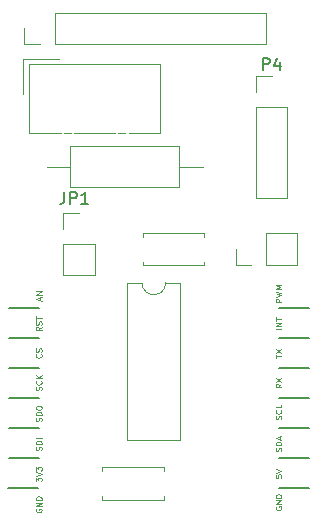
<source format=gto>
G04 #@! TF.GenerationSoftware,KiCad,Pcbnew,8.0.6*
G04 #@! TF.CreationDate,2025-01-06T22:58:23-05:00*
G04 #@! TF.ProjectId,MikroBusCAN,4d696b72-6f42-4757-9343-414e2e6b6963,rev?*
G04 #@! TF.SameCoordinates,Original*
G04 #@! TF.FileFunction,Legend,Top*
G04 #@! TF.FilePolarity,Positive*
%FSLAX46Y46*%
G04 Gerber Fmt 4.6, Leading zero omitted, Abs format (unit mm)*
G04 Created by KiCad (PCBNEW 8.0.6) date 2025-01-06 22:58:23*
%MOMM*%
%LPD*%
G01*
G04 APERTURE LIST*
%ADD10C,0.150000*%
%ADD11C,0.050000*%
%ADD12C,0.120000*%
%ADD13C,0.127000*%
G04 APERTURE END LIST*
D10*
X82161905Y-70582819D02*
X82161905Y-69582819D01*
X82161905Y-69582819D02*
X82542857Y-69582819D01*
X82542857Y-69582819D02*
X82638095Y-69630438D01*
X82638095Y-69630438D02*
X82685714Y-69678057D01*
X82685714Y-69678057D02*
X82733333Y-69773295D01*
X82733333Y-69773295D02*
X82733333Y-69916152D01*
X82733333Y-69916152D02*
X82685714Y-70011390D01*
X82685714Y-70011390D02*
X82638095Y-70059009D01*
X82638095Y-70059009D02*
X82542857Y-70106628D01*
X82542857Y-70106628D02*
X82161905Y-70106628D01*
X83590476Y-69916152D02*
X83590476Y-70582819D01*
X83352381Y-69535200D02*
X83114286Y-70249485D01*
X83114286Y-70249485D02*
X83733333Y-70249485D01*
D11*
X83241443Y-104852837D02*
X83241443Y-105090932D01*
X83241443Y-105090932D02*
X83479538Y-105114741D01*
X83479538Y-105114741D02*
X83455729Y-105090932D01*
X83455729Y-105090932D02*
X83431919Y-105043313D01*
X83431919Y-105043313D02*
X83431919Y-104924265D01*
X83431919Y-104924265D02*
X83455729Y-104876646D01*
X83455729Y-104876646D02*
X83479538Y-104852837D01*
X83479538Y-104852837D02*
X83527157Y-104829027D01*
X83527157Y-104829027D02*
X83646205Y-104829027D01*
X83646205Y-104829027D02*
X83693824Y-104852837D01*
X83693824Y-104852837D02*
X83717634Y-104876646D01*
X83717634Y-104876646D02*
X83741443Y-104924265D01*
X83741443Y-104924265D02*
X83741443Y-105043313D01*
X83741443Y-105043313D02*
X83717634Y-105090932D01*
X83717634Y-105090932D02*
X83693824Y-105114741D01*
X83241443Y-104686170D02*
X83741443Y-104519504D01*
X83741443Y-104519504D02*
X83241443Y-104352837D01*
X83741443Y-92509980D02*
X83241443Y-92509980D01*
X83741443Y-92271885D02*
X83241443Y-92271885D01*
X83241443Y-92271885D02*
X83741443Y-91986171D01*
X83741443Y-91986171D02*
X83241443Y-91986171D01*
X83241443Y-91819503D02*
X83241443Y-91533789D01*
X83741443Y-91676646D02*
X83241443Y-91676646D01*
X63443909Y-92355048D02*
X63205814Y-92521714D01*
X63443909Y-92640762D02*
X62943909Y-92640762D01*
X62943909Y-92640762D02*
X62943909Y-92450286D01*
X62943909Y-92450286D02*
X62967719Y-92402667D01*
X62967719Y-92402667D02*
X62991528Y-92378857D01*
X62991528Y-92378857D02*
X63039147Y-92355048D01*
X63039147Y-92355048D02*
X63110576Y-92355048D01*
X63110576Y-92355048D02*
X63158195Y-92378857D01*
X63158195Y-92378857D02*
X63182004Y-92402667D01*
X63182004Y-92402667D02*
X63205814Y-92450286D01*
X63205814Y-92450286D02*
X63205814Y-92640762D01*
X63420100Y-92164571D02*
X63443909Y-92093143D01*
X63443909Y-92093143D02*
X63443909Y-91974095D01*
X63443909Y-91974095D02*
X63420100Y-91926476D01*
X63420100Y-91926476D02*
X63396290Y-91902667D01*
X63396290Y-91902667D02*
X63348671Y-91878857D01*
X63348671Y-91878857D02*
X63301052Y-91878857D01*
X63301052Y-91878857D02*
X63253433Y-91902667D01*
X63253433Y-91902667D02*
X63229623Y-91926476D01*
X63229623Y-91926476D02*
X63205814Y-91974095D01*
X63205814Y-91974095D02*
X63182004Y-92069333D01*
X63182004Y-92069333D02*
X63158195Y-92116952D01*
X63158195Y-92116952D02*
X63134385Y-92140762D01*
X63134385Y-92140762D02*
X63086766Y-92164571D01*
X63086766Y-92164571D02*
X63039147Y-92164571D01*
X63039147Y-92164571D02*
X62991528Y-92140762D01*
X62991528Y-92140762D02*
X62967719Y-92116952D01*
X62967719Y-92116952D02*
X62943909Y-92069333D01*
X62943909Y-92069333D02*
X62943909Y-91950286D01*
X62943909Y-91950286D02*
X62967719Y-91878857D01*
X62943909Y-91736000D02*
X62943909Y-91450286D01*
X63443909Y-91593143D02*
X62943909Y-91593143D01*
X62943909Y-105405383D02*
X62943909Y-105095859D01*
X62943909Y-105095859D02*
X63134385Y-105262526D01*
X63134385Y-105262526D02*
X63134385Y-105191097D01*
X63134385Y-105191097D02*
X63158195Y-105143478D01*
X63158195Y-105143478D02*
X63182004Y-105119669D01*
X63182004Y-105119669D02*
X63229623Y-105095859D01*
X63229623Y-105095859D02*
X63348671Y-105095859D01*
X63348671Y-105095859D02*
X63396290Y-105119669D01*
X63396290Y-105119669D02*
X63420100Y-105143478D01*
X63420100Y-105143478D02*
X63443909Y-105191097D01*
X63443909Y-105191097D02*
X63443909Y-105333954D01*
X63443909Y-105333954D02*
X63420100Y-105381573D01*
X63420100Y-105381573D02*
X63396290Y-105405383D01*
X62943909Y-104953002D02*
X63443909Y-104786336D01*
X63443909Y-104786336D02*
X62943909Y-104619669D01*
X62943909Y-104500622D02*
X62943909Y-104191098D01*
X62943909Y-104191098D02*
X63134385Y-104357765D01*
X63134385Y-104357765D02*
X63134385Y-104286336D01*
X63134385Y-104286336D02*
X63158195Y-104238717D01*
X63158195Y-104238717D02*
X63182004Y-104214908D01*
X63182004Y-104214908D02*
X63229623Y-104191098D01*
X63229623Y-104191098D02*
X63348671Y-104191098D01*
X63348671Y-104191098D02*
X63396290Y-104214908D01*
X63396290Y-104214908D02*
X63420100Y-104238717D01*
X63420100Y-104238717D02*
X63443909Y-104286336D01*
X63443909Y-104286336D02*
X63443909Y-104429193D01*
X63443909Y-104429193D02*
X63420100Y-104476812D01*
X63420100Y-104476812D02*
X63396290Y-104500622D01*
X62967719Y-107738552D02*
X62943909Y-107786171D01*
X62943909Y-107786171D02*
X62943909Y-107857600D01*
X62943909Y-107857600D02*
X62967719Y-107929028D01*
X62967719Y-107929028D02*
X63015338Y-107976647D01*
X63015338Y-107976647D02*
X63062957Y-108000457D01*
X63062957Y-108000457D02*
X63158195Y-108024266D01*
X63158195Y-108024266D02*
X63229623Y-108024266D01*
X63229623Y-108024266D02*
X63324861Y-108000457D01*
X63324861Y-108000457D02*
X63372480Y-107976647D01*
X63372480Y-107976647D02*
X63420100Y-107929028D01*
X63420100Y-107929028D02*
X63443909Y-107857600D01*
X63443909Y-107857600D02*
X63443909Y-107809981D01*
X63443909Y-107809981D02*
X63420100Y-107738552D01*
X63420100Y-107738552D02*
X63396290Y-107714743D01*
X63396290Y-107714743D02*
X63229623Y-107714743D01*
X63229623Y-107714743D02*
X63229623Y-107809981D01*
X63443909Y-107500457D02*
X62943909Y-107500457D01*
X62943909Y-107500457D02*
X63443909Y-107214743D01*
X63443909Y-107214743D02*
X62943909Y-107214743D01*
X63443909Y-106976647D02*
X62943909Y-106976647D01*
X62943909Y-106976647D02*
X62943909Y-106857599D01*
X62943909Y-106857599D02*
X62967719Y-106786171D01*
X62967719Y-106786171D02*
X63015338Y-106738552D01*
X63015338Y-106738552D02*
X63062957Y-106714742D01*
X63062957Y-106714742D02*
X63158195Y-106690933D01*
X63158195Y-106690933D02*
X63229623Y-106690933D01*
X63229623Y-106690933D02*
X63324861Y-106714742D01*
X63324861Y-106714742D02*
X63372480Y-106738552D01*
X63372480Y-106738552D02*
X63420100Y-106786171D01*
X63420100Y-106786171D02*
X63443909Y-106857599D01*
X63443909Y-106857599D02*
X63443909Y-106976647D01*
X63420100Y-100318582D02*
X63443909Y-100247154D01*
X63443909Y-100247154D02*
X63443909Y-100128106D01*
X63443909Y-100128106D02*
X63420100Y-100080487D01*
X63420100Y-100080487D02*
X63396290Y-100056678D01*
X63396290Y-100056678D02*
X63348671Y-100032868D01*
X63348671Y-100032868D02*
X63301052Y-100032868D01*
X63301052Y-100032868D02*
X63253433Y-100056678D01*
X63253433Y-100056678D02*
X63229623Y-100080487D01*
X63229623Y-100080487D02*
X63205814Y-100128106D01*
X63205814Y-100128106D02*
X63182004Y-100223344D01*
X63182004Y-100223344D02*
X63158195Y-100270963D01*
X63158195Y-100270963D02*
X63134385Y-100294773D01*
X63134385Y-100294773D02*
X63086766Y-100318582D01*
X63086766Y-100318582D02*
X63039147Y-100318582D01*
X63039147Y-100318582D02*
X62991528Y-100294773D01*
X62991528Y-100294773D02*
X62967719Y-100270963D01*
X62967719Y-100270963D02*
X62943909Y-100223344D01*
X62943909Y-100223344D02*
X62943909Y-100104297D01*
X62943909Y-100104297D02*
X62967719Y-100032868D01*
X63443909Y-99818583D02*
X62943909Y-99818583D01*
X62943909Y-99818583D02*
X62943909Y-99699535D01*
X62943909Y-99699535D02*
X62967719Y-99628107D01*
X62967719Y-99628107D02*
X63015338Y-99580488D01*
X63015338Y-99580488D02*
X63062957Y-99556678D01*
X63062957Y-99556678D02*
X63158195Y-99532869D01*
X63158195Y-99532869D02*
X63229623Y-99532869D01*
X63229623Y-99532869D02*
X63324861Y-99556678D01*
X63324861Y-99556678D02*
X63372480Y-99580488D01*
X63372480Y-99580488D02*
X63420100Y-99628107D01*
X63420100Y-99628107D02*
X63443909Y-99699535D01*
X63443909Y-99699535D02*
X63443909Y-99818583D01*
X62943909Y-99223345D02*
X62943909Y-99128107D01*
X62943909Y-99128107D02*
X62967719Y-99080488D01*
X62967719Y-99080488D02*
X63015338Y-99032869D01*
X63015338Y-99032869D02*
X63110576Y-99009059D01*
X63110576Y-99009059D02*
X63277242Y-99009059D01*
X63277242Y-99009059D02*
X63372480Y-99032869D01*
X63372480Y-99032869D02*
X63420100Y-99080488D01*
X63420100Y-99080488D02*
X63443909Y-99128107D01*
X63443909Y-99128107D02*
X63443909Y-99223345D01*
X63443909Y-99223345D02*
X63420100Y-99270964D01*
X63420100Y-99270964D02*
X63372480Y-99318583D01*
X63372480Y-99318583D02*
X63277242Y-99342392D01*
X63277242Y-99342392D02*
X63110576Y-99342392D01*
X63110576Y-99342392D02*
X63015338Y-99318583D01*
X63015338Y-99318583D02*
X62967719Y-99270964D01*
X62967719Y-99270964D02*
X62943909Y-99223345D01*
X83717634Y-100152837D02*
X83741443Y-100081409D01*
X83741443Y-100081409D02*
X83741443Y-99962361D01*
X83741443Y-99962361D02*
X83717634Y-99914742D01*
X83717634Y-99914742D02*
X83693824Y-99890933D01*
X83693824Y-99890933D02*
X83646205Y-99867123D01*
X83646205Y-99867123D02*
X83598586Y-99867123D01*
X83598586Y-99867123D02*
X83550967Y-99890933D01*
X83550967Y-99890933D02*
X83527157Y-99914742D01*
X83527157Y-99914742D02*
X83503348Y-99962361D01*
X83503348Y-99962361D02*
X83479538Y-100057599D01*
X83479538Y-100057599D02*
X83455729Y-100105218D01*
X83455729Y-100105218D02*
X83431919Y-100129028D01*
X83431919Y-100129028D02*
X83384300Y-100152837D01*
X83384300Y-100152837D02*
X83336681Y-100152837D01*
X83336681Y-100152837D02*
X83289062Y-100129028D01*
X83289062Y-100129028D02*
X83265253Y-100105218D01*
X83265253Y-100105218D02*
X83241443Y-100057599D01*
X83241443Y-100057599D02*
X83241443Y-99938552D01*
X83241443Y-99938552D02*
X83265253Y-99867123D01*
X83693824Y-99367124D02*
X83717634Y-99390933D01*
X83717634Y-99390933D02*
X83741443Y-99462362D01*
X83741443Y-99462362D02*
X83741443Y-99509981D01*
X83741443Y-99509981D02*
X83717634Y-99581409D01*
X83717634Y-99581409D02*
X83670014Y-99629028D01*
X83670014Y-99629028D02*
X83622395Y-99652838D01*
X83622395Y-99652838D02*
X83527157Y-99676647D01*
X83527157Y-99676647D02*
X83455729Y-99676647D01*
X83455729Y-99676647D02*
X83360491Y-99652838D01*
X83360491Y-99652838D02*
X83312872Y-99629028D01*
X83312872Y-99629028D02*
X83265253Y-99581409D01*
X83265253Y-99581409D02*
X83241443Y-99509981D01*
X83241443Y-99509981D02*
X83241443Y-99462362D01*
X83241443Y-99462362D02*
X83265253Y-99390933D01*
X83265253Y-99390933D02*
X83289062Y-99367124D01*
X83741443Y-98914743D02*
X83741443Y-99152838D01*
X83741443Y-99152838D02*
X83241443Y-99152838D01*
X63420100Y-102766744D02*
X63443909Y-102695316D01*
X63443909Y-102695316D02*
X63443909Y-102576268D01*
X63443909Y-102576268D02*
X63420100Y-102528649D01*
X63420100Y-102528649D02*
X63396290Y-102504840D01*
X63396290Y-102504840D02*
X63348671Y-102481030D01*
X63348671Y-102481030D02*
X63301052Y-102481030D01*
X63301052Y-102481030D02*
X63253433Y-102504840D01*
X63253433Y-102504840D02*
X63229623Y-102528649D01*
X63229623Y-102528649D02*
X63205814Y-102576268D01*
X63205814Y-102576268D02*
X63182004Y-102671506D01*
X63182004Y-102671506D02*
X63158195Y-102719125D01*
X63158195Y-102719125D02*
X63134385Y-102742935D01*
X63134385Y-102742935D02*
X63086766Y-102766744D01*
X63086766Y-102766744D02*
X63039147Y-102766744D01*
X63039147Y-102766744D02*
X62991528Y-102742935D01*
X62991528Y-102742935D02*
X62967719Y-102719125D01*
X62967719Y-102719125D02*
X62943909Y-102671506D01*
X62943909Y-102671506D02*
X62943909Y-102552459D01*
X62943909Y-102552459D02*
X62967719Y-102481030D01*
X63443909Y-102266745D02*
X62943909Y-102266745D01*
X62943909Y-102266745D02*
X62943909Y-102147697D01*
X62943909Y-102147697D02*
X62967719Y-102076269D01*
X62967719Y-102076269D02*
X63015338Y-102028650D01*
X63015338Y-102028650D02*
X63062957Y-102004840D01*
X63062957Y-102004840D02*
X63158195Y-101981031D01*
X63158195Y-101981031D02*
X63229623Y-101981031D01*
X63229623Y-101981031D02*
X63324861Y-102004840D01*
X63324861Y-102004840D02*
X63372480Y-102028650D01*
X63372480Y-102028650D02*
X63420100Y-102076269D01*
X63420100Y-102076269D02*
X63443909Y-102147697D01*
X63443909Y-102147697D02*
X63443909Y-102266745D01*
X63443909Y-101766745D02*
X62943909Y-101766745D01*
X63420100Y-97700456D02*
X63443909Y-97629028D01*
X63443909Y-97629028D02*
X63443909Y-97509980D01*
X63443909Y-97509980D02*
X63420100Y-97462361D01*
X63420100Y-97462361D02*
X63396290Y-97438552D01*
X63396290Y-97438552D02*
X63348671Y-97414742D01*
X63348671Y-97414742D02*
X63301052Y-97414742D01*
X63301052Y-97414742D02*
X63253433Y-97438552D01*
X63253433Y-97438552D02*
X63229623Y-97462361D01*
X63229623Y-97462361D02*
X63205814Y-97509980D01*
X63205814Y-97509980D02*
X63182004Y-97605218D01*
X63182004Y-97605218D02*
X63158195Y-97652837D01*
X63158195Y-97652837D02*
X63134385Y-97676647D01*
X63134385Y-97676647D02*
X63086766Y-97700456D01*
X63086766Y-97700456D02*
X63039147Y-97700456D01*
X63039147Y-97700456D02*
X62991528Y-97676647D01*
X62991528Y-97676647D02*
X62967719Y-97652837D01*
X62967719Y-97652837D02*
X62943909Y-97605218D01*
X62943909Y-97605218D02*
X62943909Y-97486171D01*
X62943909Y-97486171D02*
X62967719Y-97414742D01*
X63396290Y-96914743D02*
X63420100Y-96938552D01*
X63420100Y-96938552D02*
X63443909Y-97009981D01*
X63443909Y-97009981D02*
X63443909Y-97057600D01*
X63443909Y-97057600D02*
X63420100Y-97129028D01*
X63420100Y-97129028D02*
X63372480Y-97176647D01*
X63372480Y-97176647D02*
X63324861Y-97200457D01*
X63324861Y-97200457D02*
X63229623Y-97224266D01*
X63229623Y-97224266D02*
X63158195Y-97224266D01*
X63158195Y-97224266D02*
X63062957Y-97200457D01*
X63062957Y-97200457D02*
X63015338Y-97176647D01*
X63015338Y-97176647D02*
X62967719Y-97129028D01*
X62967719Y-97129028D02*
X62943909Y-97057600D01*
X62943909Y-97057600D02*
X62943909Y-97009981D01*
X62943909Y-97009981D02*
X62967719Y-96938552D01*
X62967719Y-96938552D02*
X62991528Y-96914743D01*
X63443909Y-96700457D02*
X62943909Y-96700457D01*
X63443909Y-96414743D02*
X63158195Y-96629028D01*
X62943909Y-96414743D02*
X63229623Y-96700457D01*
X83717634Y-102864741D02*
X83741443Y-102793313D01*
X83741443Y-102793313D02*
X83741443Y-102674265D01*
X83741443Y-102674265D02*
X83717634Y-102626646D01*
X83717634Y-102626646D02*
X83693824Y-102602837D01*
X83693824Y-102602837D02*
X83646205Y-102579027D01*
X83646205Y-102579027D02*
X83598586Y-102579027D01*
X83598586Y-102579027D02*
X83550967Y-102602837D01*
X83550967Y-102602837D02*
X83527157Y-102626646D01*
X83527157Y-102626646D02*
X83503348Y-102674265D01*
X83503348Y-102674265D02*
X83479538Y-102769503D01*
X83479538Y-102769503D02*
X83455729Y-102817122D01*
X83455729Y-102817122D02*
X83431919Y-102840932D01*
X83431919Y-102840932D02*
X83384300Y-102864741D01*
X83384300Y-102864741D02*
X83336681Y-102864741D01*
X83336681Y-102864741D02*
X83289062Y-102840932D01*
X83289062Y-102840932D02*
X83265253Y-102817122D01*
X83265253Y-102817122D02*
X83241443Y-102769503D01*
X83241443Y-102769503D02*
X83241443Y-102650456D01*
X83241443Y-102650456D02*
X83265253Y-102579027D01*
X83741443Y-102364742D02*
X83241443Y-102364742D01*
X83241443Y-102364742D02*
X83241443Y-102245694D01*
X83241443Y-102245694D02*
X83265253Y-102174266D01*
X83265253Y-102174266D02*
X83312872Y-102126647D01*
X83312872Y-102126647D02*
X83360491Y-102102837D01*
X83360491Y-102102837D02*
X83455729Y-102079028D01*
X83455729Y-102079028D02*
X83527157Y-102079028D01*
X83527157Y-102079028D02*
X83622395Y-102102837D01*
X83622395Y-102102837D02*
X83670014Y-102126647D01*
X83670014Y-102126647D02*
X83717634Y-102174266D01*
X83717634Y-102174266D02*
X83741443Y-102245694D01*
X83741443Y-102245694D02*
X83741443Y-102364742D01*
X83598586Y-101888551D02*
X83598586Y-101650456D01*
X83741443Y-101936170D02*
X83241443Y-101769504D01*
X83241443Y-101769504D02*
X83741443Y-101602837D01*
X63396290Y-94640933D02*
X63420100Y-94664742D01*
X63420100Y-94664742D02*
X63443909Y-94736171D01*
X63443909Y-94736171D02*
X63443909Y-94783790D01*
X63443909Y-94783790D02*
X63420100Y-94855218D01*
X63420100Y-94855218D02*
X63372480Y-94902837D01*
X63372480Y-94902837D02*
X63324861Y-94926647D01*
X63324861Y-94926647D02*
X63229623Y-94950456D01*
X63229623Y-94950456D02*
X63158195Y-94950456D01*
X63158195Y-94950456D02*
X63062957Y-94926647D01*
X63062957Y-94926647D02*
X63015338Y-94902837D01*
X63015338Y-94902837D02*
X62967719Y-94855218D01*
X62967719Y-94855218D02*
X62943909Y-94783790D01*
X62943909Y-94783790D02*
X62943909Y-94736171D01*
X62943909Y-94736171D02*
X62967719Y-94664742D01*
X62967719Y-94664742D02*
X62991528Y-94640933D01*
X63420100Y-94450456D02*
X63443909Y-94379028D01*
X63443909Y-94379028D02*
X63443909Y-94259980D01*
X63443909Y-94259980D02*
X63420100Y-94212361D01*
X63420100Y-94212361D02*
X63396290Y-94188552D01*
X63396290Y-94188552D02*
X63348671Y-94164742D01*
X63348671Y-94164742D02*
X63301052Y-94164742D01*
X63301052Y-94164742D02*
X63253433Y-94188552D01*
X63253433Y-94188552D02*
X63229623Y-94212361D01*
X63229623Y-94212361D02*
X63205814Y-94259980D01*
X63205814Y-94259980D02*
X63182004Y-94355218D01*
X63182004Y-94355218D02*
X63158195Y-94402837D01*
X63158195Y-94402837D02*
X63134385Y-94426647D01*
X63134385Y-94426647D02*
X63086766Y-94450456D01*
X63086766Y-94450456D02*
X63039147Y-94450456D01*
X63039147Y-94450456D02*
X62991528Y-94426647D01*
X62991528Y-94426647D02*
X62967719Y-94402837D01*
X62967719Y-94402837D02*
X62943909Y-94355218D01*
X62943909Y-94355218D02*
X62943909Y-94236171D01*
X62943909Y-94236171D02*
X62967719Y-94164742D01*
X83265253Y-107553552D02*
X83241443Y-107601171D01*
X83241443Y-107601171D02*
X83241443Y-107672600D01*
X83241443Y-107672600D02*
X83265253Y-107744028D01*
X83265253Y-107744028D02*
X83312872Y-107791647D01*
X83312872Y-107791647D02*
X83360491Y-107815457D01*
X83360491Y-107815457D02*
X83455729Y-107839266D01*
X83455729Y-107839266D02*
X83527157Y-107839266D01*
X83527157Y-107839266D02*
X83622395Y-107815457D01*
X83622395Y-107815457D02*
X83670014Y-107791647D01*
X83670014Y-107791647D02*
X83717634Y-107744028D01*
X83717634Y-107744028D02*
X83741443Y-107672600D01*
X83741443Y-107672600D02*
X83741443Y-107624981D01*
X83741443Y-107624981D02*
X83717634Y-107553552D01*
X83717634Y-107553552D02*
X83693824Y-107529743D01*
X83693824Y-107529743D02*
X83527157Y-107529743D01*
X83527157Y-107529743D02*
X83527157Y-107624981D01*
X83741443Y-107315457D02*
X83241443Y-107315457D01*
X83241443Y-107315457D02*
X83741443Y-107029743D01*
X83741443Y-107029743D02*
X83241443Y-107029743D01*
X83741443Y-106791647D02*
X83241443Y-106791647D01*
X83241443Y-106791647D02*
X83241443Y-106672599D01*
X83241443Y-106672599D02*
X83265253Y-106601171D01*
X83265253Y-106601171D02*
X83312872Y-106553552D01*
X83312872Y-106553552D02*
X83360491Y-106529742D01*
X83360491Y-106529742D02*
X83455729Y-106505933D01*
X83455729Y-106505933D02*
X83527157Y-106505933D01*
X83527157Y-106505933D02*
X83622395Y-106529742D01*
X83622395Y-106529742D02*
X83670014Y-106553552D01*
X83670014Y-106553552D02*
X83717634Y-106601171D01*
X83717634Y-106601171D02*
X83741443Y-106672599D01*
X83741443Y-106672599D02*
X83741443Y-106791647D01*
X83241443Y-94979978D02*
X83241443Y-94694264D01*
X83741443Y-94837121D02*
X83241443Y-94837121D01*
X83241443Y-94575217D02*
X83741443Y-94241884D01*
X83241443Y-94241884D02*
X83741443Y-94575217D01*
X83741443Y-97140933D02*
X83503348Y-97307599D01*
X83741443Y-97426647D02*
X83241443Y-97426647D01*
X83241443Y-97426647D02*
X83241443Y-97236171D01*
X83241443Y-97236171D02*
X83265253Y-97188552D01*
X83265253Y-97188552D02*
X83289062Y-97164742D01*
X83289062Y-97164742D02*
X83336681Y-97140933D01*
X83336681Y-97140933D02*
X83408110Y-97140933D01*
X83408110Y-97140933D02*
X83455729Y-97164742D01*
X83455729Y-97164742D02*
X83479538Y-97188552D01*
X83479538Y-97188552D02*
X83503348Y-97236171D01*
X83503348Y-97236171D02*
X83503348Y-97426647D01*
X83241443Y-96974266D02*
X83741443Y-96640933D01*
X83241443Y-96640933D02*
X83741443Y-96974266D01*
X83741443Y-90221981D02*
X83241443Y-90221981D01*
X83241443Y-90221981D02*
X83241443Y-90031505D01*
X83241443Y-90031505D02*
X83265253Y-89983886D01*
X83265253Y-89983886D02*
X83289062Y-89960076D01*
X83289062Y-89960076D02*
X83336681Y-89936267D01*
X83336681Y-89936267D02*
X83408110Y-89936267D01*
X83408110Y-89936267D02*
X83455729Y-89960076D01*
X83455729Y-89960076D02*
X83479538Y-89983886D01*
X83479538Y-89983886D02*
X83503348Y-90031505D01*
X83503348Y-90031505D02*
X83503348Y-90221981D01*
X83241443Y-89769600D02*
X83741443Y-89650552D01*
X83741443Y-89650552D02*
X83384300Y-89555314D01*
X83384300Y-89555314D02*
X83741443Y-89460076D01*
X83741443Y-89460076D02*
X83241443Y-89341029D01*
X83741443Y-89150552D02*
X83241443Y-89150552D01*
X83241443Y-89150552D02*
X83598586Y-88983885D01*
X83598586Y-88983885D02*
X83241443Y-88817219D01*
X83241443Y-88817219D02*
X83741443Y-88817219D01*
X63301052Y-90073551D02*
X63301052Y-89835456D01*
X63443909Y-90121170D02*
X62943909Y-89954504D01*
X62943909Y-89954504D02*
X63443909Y-89787837D01*
X63443909Y-89621171D02*
X62943909Y-89621171D01*
X62943909Y-89621171D02*
X63443909Y-89335457D01*
X63443909Y-89335457D02*
X62943909Y-89335457D01*
D10*
X65366666Y-80912819D02*
X65366666Y-81627104D01*
X65366666Y-81627104D02*
X65319047Y-81769961D01*
X65319047Y-81769961D02*
X65223809Y-81865200D01*
X65223809Y-81865200D02*
X65080952Y-81912819D01*
X65080952Y-81912819D02*
X64985714Y-81912819D01*
X65842857Y-81912819D02*
X65842857Y-80912819D01*
X65842857Y-80912819D02*
X66223809Y-80912819D01*
X66223809Y-80912819D02*
X66319047Y-80960438D01*
X66319047Y-80960438D02*
X66366666Y-81008057D01*
X66366666Y-81008057D02*
X66414285Y-81103295D01*
X66414285Y-81103295D02*
X66414285Y-81246152D01*
X66414285Y-81246152D02*
X66366666Y-81341390D01*
X66366666Y-81341390D02*
X66319047Y-81389009D01*
X66319047Y-81389009D02*
X66223809Y-81436628D01*
X66223809Y-81436628D02*
X65842857Y-81436628D01*
X67366666Y-81912819D02*
X66795238Y-81912819D01*
X67080952Y-81912819D02*
X67080952Y-80912819D01*
X67080952Y-80912819D02*
X66985714Y-81055676D01*
X66985714Y-81055676D02*
X66890476Y-81150914D01*
X66890476Y-81150914D02*
X66795238Y-81198533D01*
D12*
X61900000Y-69658000D02*
X64900000Y-69658000D01*
X61900000Y-72658000D02*
X61900000Y-69658000D01*
X62400000Y-70108000D02*
X73450000Y-70108000D01*
X62400000Y-75958000D02*
X62400000Y-70108000D01*
X62400000Y-75958000D02*
X65050000Y-75958000D01*
X65300000Y-75958000D02*
X65900000Y-75958000D01*
X66150000Y-75958000D02*
X69650000Y-75958000D01*
X69900000Y-75958000D02*
X70500000Y-75958000D01*
X70800000Y-75958000D02*
X73450000Y-75958000D01*
X73450000Y-75958000D02*
X73450000Y-70108000D01*
X81570000Y-71128000D02*
X82900000Y-71128000D01*
X81570000Y-72458000D02*
X81570000Y-71128000D01*
X81570000Y-73728000D02*
X81570000Y-81408000D01*
X81570000Y-73728000D02*
X84230000Y-73728000D01*
X81570000Y-81408000D02*
X84230000Y-81408000D01*
X84230000Y-73728000D02*
X84230000Y-81408000D01*
X71980000Y-84703000D02*
X71980000Y-84388000D01*
X71980000Y-87128000D02*
X71980000Y-86813000D01*
X77220000Y-84388000D02*
X71980000Y-84388000D01*
X77220000Y-84703000D02*
X77220000Y-84388000D01*
X77220000Y-87128000D02*
X71980000Y-87128000D01*
X77220000Y-87128000D02*
X77220000Y-86813000D01*
X63900000Y-78758000D02*
X65860000Y-78758000D01*
X65860000Y-77038000D02*
X65860000Y-80478000D01*
X65860000Y-80478000D02*
X75100000Y-80478000D01*
X75100000Y-77038000D02*
X65860000Y-77038000D01*
X75100000Y-80478000D02*
X75100000Y-77038000D01*
X77060000Y-78758000D02*
X75100000Y-78758000D01*
X68530000Y-104238000D02*
X68530000Y-104553000D01*
X68530000Y-104238000D02*
X73770000Y-104238000D01*
X68530000Y-106663000D02*
X68530000Y-106978000D01*
X68530000Y-106978000D02*
X73770000Y-106978000D01*
X73770000Y-104238000D02*
X73770000Y-104553000D01*
X73770000Y-106663000D02*
X73770000Y-106978000D01*
D13*
X60615200Y-105957600D02*
X63155200Y-105957600D01*
X60645200Y-90727600D02*
X63185200Y-90727600D01*
X60645200Y-93267600D02*
X63185200Y-93267600D01*
X60645200Y-95807600D02*
X63185200Y-95807600D01*
X60645200Y-98347600D02*
X63185200Y-98347600D01*
X60645200Y-100887600D02*
X63185200Y-100887600D01*
X60645200Y-103427600D02*
X63185200Y-103427600D01*
X83505200Y-90727600D02*
X86045200Y-90727600D01*
X83505200Y-93267600D02*
X86045200Y-93267600D01*
X83505200Y-95807600D02*
X86045200Y-95807600D01*
X83505200Y-98347600D02*
X86045200Y-98347600D01*
X83505200Y-100887600D02*
X86045200Y-100887600D01*
X83505200Y-103427600D02*
X86045200Y-103427600D01*
X83505200Y-105967600D02*
X86045200Y-105967600D01*
D12*
X61970000Y-68388000D02*
X61970000Y-67058000D01*
X63300000Y-68388000D02*
X61970000Y-68388000D01*
X64570000Y-65728000D02*
X82410000Y-65728000D01*
X64570000Y-68388000D02*
X64570000Y-65728000D01*
X64570000Y-68388000D02*
X82410000Y-68388000D01*
X82410000Y-68388000D02*
X82410000Y-65728000D01*
X65270000Y-82728000D02*
X66600000Y-82728000D01*
X65270000Y-84058000D02*
X65270000Y-82728000D01*
X65270000Y-85328000D02*
X65270000Y-87928000D01*
X65270000Y-85328000D02*
X67930000Y-85328000D01*
X65270000Y-87928000D02*
X67930000Y-87928000D01*
X67930000Y-85328000D02*
X67930000Y-87928000D01*
X70690000Y-88603000D02*
X70690000Y-101933000D01*
X70690000Y-101933000D02*
X75190000Y-101933000D01*
X71940000Y-88603000D02*
X70690000Y-88603000D01*
X75190000Y-88603000D02*
X73940000Y-88603000D01*
X75190000Y-101933000D02*
X75190000Y-88603000D01*
X73940000Y-88603000D02*
G75*
G02*
X71940000Y-88603000I-1000000J0D01*
G01*
X79870000Y-87088000D02*
X79870000Y-85758000D01*
X81200000Y-87088000D02*
X79870000Y-87088000D01*
X82470000Y-84428000D02*
X85070000Y-84428000D01*
X82470000Y-87088000D02*
X82470000Y-84428000D01*
X82470000Y-87088000D02*
X85070000Y-87088000D01*
X85070000Y-87088000D02*
X85070000Y-84428000D01*
M02*

</source>
